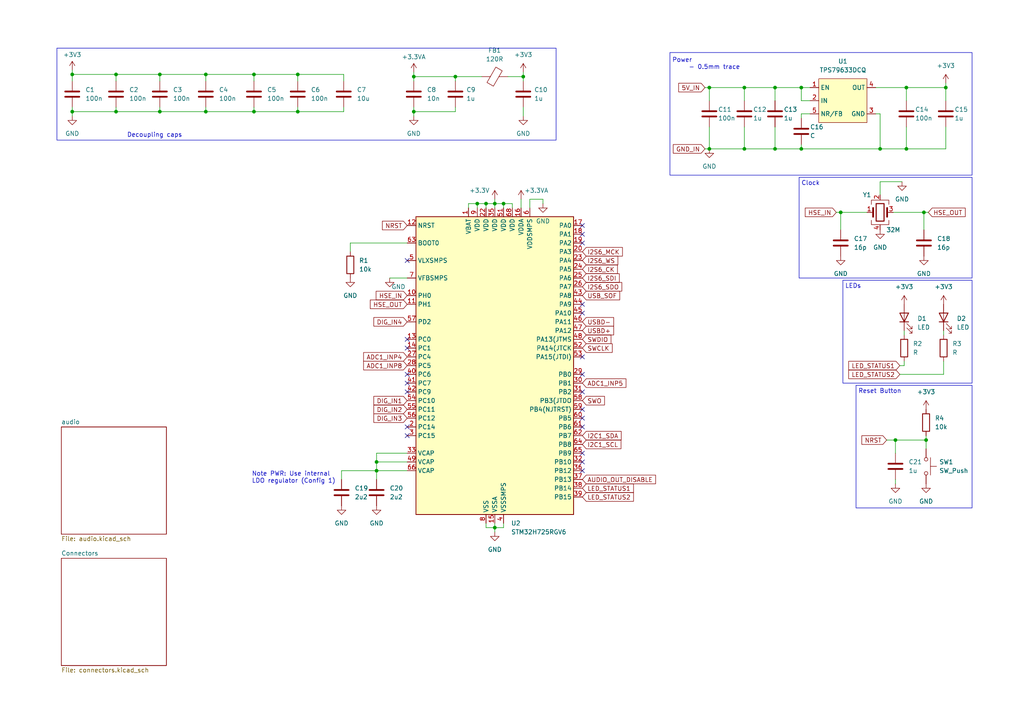
<source format=kicad_sch>
(kicad_sch (version 20230121) (generator eeschema)
  (paper "A4")
  (lib_symbols
    (symbol "Device:C" (pin_numbers hide) (pin_names (offset 0.254))
      (property "Reference" "C" (at 0.635 2.54 0))
      (property "Value" "C" (at 0.635 -2.54 0))
      (symbol "C_0_1"
        (polyline (pts (xy -2.032 -0.762) (xy 2.032 -0.762)) (stroke (width 0.508)))
        (polyline (pts (xy -2.032 0.762) (xy 2.032 0.762)) (stroke (width 0.508)))
      )
      (symbol "C_1_1"
        (pin passive line (at 0 3.81 270) (length 2.794) (name "~") (number "1"))
        (pin passive line (at 0 -3.81 90) (length 2.794) (name "~") (number "2"))
      )
    )
    (symbol "Device:Crystal_GND24" (pin_names (offset 1.016) hide)
      (property "Reference" "Y" (at 3.175 5.08 0))
      (property "Value" "Crystal_GND24" (at 3.175 3.175 0))
      (symbol "Crystal_GND24_0_1"
        (rectangle (start -1.143 2.54) (end 1.143 -2.54) (stroke (width 0.3048)))
        (polyline (pts (xy -2.54 0) (xy -2.032 0)))
        (polyline (pts (xy -2.032 -1.27) (xy -2.032 1.27)) (stroke (width 0.508)))
        (polyline (pts (xy 0 -3.81) (xy 0 -3.556)))
        (polyline (pts (xy 0 3.556) (xy 0 3.81)))
        (polyline (pts (xy 2.032 -1.27) (xy 2.032 1.27)) (stroke (width 0.508)))
        (polyline (pts (xy 2.032 0) (xy 2.54 0)))
        (polyline (pts (xy -2.54 -2.286) (xy -2.54 -3.556) (xy 2.54 -3.556) (xy 2.54 -2.286)))
        (polyline (pts (xy -2.54 2.286) (xy -2.54 3.556) (xy 2.54 3.556) (xy 2.54 2.286)))
      )
      (symbol "Crystal_GND24_1_1"
        (pin passive line (at -3.81 0 0) (length 1.27) (name "1") (number "1"))
        (pin passive line (at 0 5.08 270) (length 1.27) (name "2") (number "2"))
        (pin passive line (at 3.81 0 180) (length 1.27) (name "3") (number "3"))
        (pin passive line (at 0 -5.08 90) (length 1.27) (name "4") (number "4"))
      )
    )
    (symbol "Device:FerriteBead" (pin_numbers hide) (pin_names (offset 0))
      (property "Reference" "FB" (at -3.81 0.635 90))
      (property "Value" "FerriteBead" (at 3.81 0 90))
      (symbol "FerriteBead_0_1"
        (polyline (pts (xy 0 -1.27) (xy 0 -1.2192)))
        (polyline (pts (xy 0 1.27) (xy 0 1.2954)))
        (polyline (pts (xy -2.7686 0.4064) (xy -1.7018 2.2606) (xy 2.7686 -0.3048) (xy 1.6764 -2.159) (xy -2.7686 0.4064)))
      )
      (symbol "FerriteBead_1_1"
        (pin passive line (at 0 3.81 270) (length 2.54) (name "~") (number "1"))
        (pin passive line (at 0 -3.81 90) (length 2.54) (name "~") (number "2"))
      )
    )
    (symbol "Device:LED" (pin_numbers hide) (pin_names (offset 1.016) hide)
      (property "Reference" "D" (at 0 2.54 0))
      (property "Value" "LED" (at 0 -2.54 0))
      (symbol "LED_0_1"
        (polyline (pts (xy -1.27 -1.27) (xy -1.27 1.27)) (stroke (width 0.254)))
        (polyline (pts (xy -1.27 0) (xy 1.27 0)))
        (polyline (pts (xy 1.27 -1.27) (xy 1.27 1.27) (xy -1.27 0) (xy 1.27 -1.27)) (stroke (width 0.254)))
        (polyline (pts (xy -3.048 -0.762) (xy -4.572 -2.286) (xy -3.81 -2.286) (xy -4.572 -2.286) (xy -4.572 -1.524)))
        (polyline (pts (xy -1.778 -0.762) (xy -3.302 -2.286) (xy -2.54 -2.286) (xy -3.302 -2.286) (xy -3.302 -1.524)))
      )
      (symbol "LED_1_1"
        (pin passive line (at -3.81 0 0) (length 2.54) (name "K") (number "1"))
        (pin passive line (at 3.81 0 180) (length 2.54) (name "A") (number "2"))
      )
    )
    (symbol "Device:R" (pin_numbers hide) (pin_names (offset 0))
      (property "Reference" "R" (at 2.032 0 90))
      (property "Value" "R" (at 0 0 90))
      (symbol "R_0_1"
        (rectangle (start -1.016 -2.54) (end 1.016 2.54) (stroke (width 0.254)))
      )
      (symbol "R_1_1"
        (pin passive line (at 0 3.81 270) (length 1.27) (name "~") (number "1"))
        (pin passive line (at 0 -3.81 90) (length 1.27) (name "~") (number "2"))
      )
    )
    (symbol "MCU_ST_STM32H7:STM32H725RGVx"
      (property "Reference" "U" (at -22.86 44.45 0))
      (property "Value" "STM32H725RGVx" (at 12.7 44.45 0))
      (symbol "STM32H725RGVx_0_1"
        (rectangle (start -22.86 -43.18) (end 22.86 43.18) (stroke (width 0.254)) (fill (type background)))
      )
      (symbol "STM32H725RGVx_1_1"
        (pin power_in line (at -7.62 45.72 270) (length 2.54) (name "VBAT") (number "1"))
        (pin bidirectional line (at -25.4 20.32 0) (length 2.54) (name "PH0") (number "10"))
        (pin bidirectional line (at -25.4 17.78 0) (length 2.54) (name "PH1") (number "11"))
        (pin input line (at -25.4 40.64 0) (length 2.54) (name "NRST") (number "12"))
        (pin bidirectional line (at -25.4 7.62 0) (length 2.54) (name "PC0") (number "13"))
        (pin bidirectional line (at -25.4 5.08 0) (length 2.54) (name "PC1") (number "14"))
        (pin power_in line (at 0 -45.72 90) (length 2.54) (name "VSSA") (number "15"))
        (pin power_in line (at 7.62 45.72 270) (length 2.54) (name "VDDA") (number "16"))
        (pin bidirectional line (at 25.4 40.64 180) (length 2.54) (name "PA0") (number "17"))
        (pin bidirectional line (at 25.4 38.1 180) (length 2.54) (name "PA1") (number "18"))
        (pin bidirectional line (at 25.4 35.56 180) (length 2.54) (name "PA2") (number "19"))
        (pin bidirectional line (at -25.4 -17.78 0) (length 2.54) (name "PC14") (number "2"))
        (pin bidirectional line (at 25.4 33.02 180) (length 2.54) (name "PA3") (number "20"))
        (pin passive line (at -2.54 -45.72 90) (length 2.54) hide (name "VSS") (number "21"))
        (pin power_in line (at -2.54 45.72 270) (length 2.54) (name "VDD") (number "22"))
        (pin bidirectional line (at 25.4 30.48 180) (length 2.54) (name "PA4") (number "23"))
        (pin bidirectional line (at 25.4 27.94 180) (length 2.54) (name "PA5") (number "24"))
        (pin bidirectional line (at 25.4 25.4 180) (length 2.54) (name "PA6") (number "25"))
        (pin bidirectional line (at 25.4 22.86 180) (length 2.54) (name "PA7") (number "26"))
        (pin bidirectional line (at -25.4 2.54 0) (length 2.54) (name "PC4") (number "27"))
        (pin bidirectional line (at -25.4 0 0) (length 2.54) (name "PC5") (number "28"))
        (pin bidirectional line (at 25.4 -2.54 180) (length 2.54) (name "PB0") (number "29"))
        (pin bidirectional line (at -25.4 -20.32 0) (length 2.54) (name "PC15") (number "3"))
        (pin bidirectional line (at 25.4 -5.08 180) (length 2.54) (name "PB1") (number "30"))
        (pin bidirectional line (at 25.4 -7.62 180) (length 2.54) (name "PB2") (number "31"))
        (pin bidirectional line (at 25.4 -27.94 180) (length 2.54) (name "PB10") (number "32"))
        (pin power_out line (at -25.4 -25.4 0) (length 2.54) (name "VCAP") (number "33"))
        (pin passive line (at -2.54 -45.72 90) (length 2.54) hide (name "VSS") (number "34"))
        (pin power_in line (at 0 45.72 270) (length 2.54) (name "VDD") (number "35"))
        (pin bidirectional line (at 25.4 -30.48 180) (length 2.54) (name "PB12") (number "36"))
        (pin bidirectional line (at 25.4 -33.02 180) (length 2.54) (name "PB13") (number "37"))
        (pin bidirectional line (at 25.4 -35.56 180) (length 2.54) (name "PB14") (number "38"))
        (pin bidirectional line (at 25.4 -38.1 180) (length 2.54) (name "PB15") (number "39"))
        (pin power_in line (at 2.54 -45.72 90) (length 2.54) (name "VSSSMPS") (number "4"))
        (pin bidirectional line (at -25.4 -2.54 0) (length 2.54) (name "PC6") (number "40"))
        (pin bidirectional line (at -25.4 -5.08 0) (length 2.54) (name "PC7") (number "41"))
        (pin bidirectional line (at -25.4 -7.62 0) (length 2.54) (name "PC9") (number "42"))
        (pin bidirectional line (at 25.4 20.32 180) (length 2.54) (name "PA8") (number "43"))
        (pin bidirectional line (at 25.4 17.78 180) (length 2.54) (name "PA9") (number "44"))
        (pin bidirectional line (at 25.4 15.24 180) (length 2.54) (name "PA10") (number "45"))
        (pin bidirectional line (at 25.4 12.7 180) (length 2.54) (name "PA11") (number "46"))
        (pin bidirectional line (at 25.4 10.16 180) (length 2.54) (name "PA12") (number "47"))
        (pin bidirectional line (at 25.4 7.62 180) (length 2.54) (name "PA13(JTMS") (number "48"))
        (pin power_out line (at -25.4 -27.94 0) (length 2.54) (name "VCAP") (number "49"))
        (pin power_in line (at -25.4 30.48 0) (length 2.54) (name "VLXSMPS") (number "5"))
        (pin passive line (at -2.54 -45.72 90) (length 2.54) hide (name "VSS") (number "50"))
        (pin power_in line (at 2.54 45.72 270) (length 2.54) (name "VDD") (number "51"))
        (pin bidirectional line (at 25.4 5.08 180) (length 2.54) (name "PA14(JTCK") (number "52"))
        (pin bidirectional line (at 25.4 2.54 180) (length 2.54) (name "PA15(JTDI)") (number "53"))
        (pin bidirectional line (at -25.4 -10.16 0) (length 2.54) (name "PC10") (number "54"))
        (pin bidirectional line (at -25.4 -12.7 0) (length 2.54) (name "PC11") (number "55"))
        (pin bidirectional line (at -25.4 -15.24 0) (length 2.54) (name "PC12") (number "56"))
        (pin bidirectional line (at -25.4 12.7 0) (length 2.54) (name "PD2") (number "57"))
        (pin bidirectional line (at 25.4 -10.16 180) (length 2.54) (name "PB3(JTDO") (number "58"))
        (pin bidirectional line (at 25.4 -12.7 180) (length 2.54) (name "PB4(NJTRST)") (number "59"))
        (pin power_in line (at 10.16 45.72 270) (length 2.54) (name "VDDSMPS") (number "6"))
        (pin bidirectional line (at 25.4 -15.24 180) (length 2.54) (name "PB5") (number "60"))
        (pin bidirectional line (at 25.4 -17.78 180) (length 2.54) (name "PB6") (number "61"))
        (pin bidirectional line (at 25.4 -20.32 180) (length 2.54) (name "PB7") (number "62"))
        (pin input line (at -25.4 35.56 0) (length 2.54) (name "BOOT0") (number "63"))
        (pin bidirectional line (at 25.4 -22.86 180) (length 2.54) (name "PB8") (number "64"))
        (pin bidirectional line (at 25.4 -25.4 180) (length 2.54) (name "PB9") (number "65"))
        (pin power_out line (at -25.4 -30.48 0) (length 2.54) (name "VCAP") (number "66"))
        (pin passive line (at -2.54 -45.72 90) (length 2.54) hide (name "VSS") (number "67"))
        (pin power_in line (at 5.08 45.72 270) (length 2.54) (name "VDD") (number "68"))
        (pin passive line (at -2.54 -45.72 90) (length 2.54) hide (name "VSS") (number "69"))
        (pin input line (at -25.4 25.4 0) (length 2.54) (name "VFBSMPS") (number "7"))
        (pin power_in line (at -2.54 -45.72 90) (length 2.54) (name "VSS") (number "8"))
        (pin power_in line (at -5.08 45.72 270) (length 2.54) (name "VDD") (number "9"))
      )
    )
    (symbol "MySymbols:TPS79633DCQ"
      (property "Reference" "U4" (at 0.635 11.43 0))
      (property "Value" "TPS79633DCQ" (at 0.635 8.89 0))
      (symbol "TPS79633DCQ_0_0"
        (pin input line (at -8.89 3.81 0) (length 2.54) (name "EN") (number "1"))
        (pin power_in line (at -8.89 0 0) (length 2.54) (name "IN") (number "2"))
        (pin power_in line (at 10.16 -3.81 180) (length 2.54) (name "GND") (number "3"))
        (pin power_out line (at 10.16 3.81 180) (length 2.54) (name "OUT") (number "4"))
        (pin bidirectional line (at -8.89 -3.81 0) (length 2.54) (name "NR/FB") (number "5"))
        (pin power_in line (at 10.16 -3.81 180) (length 2.54) hide (name "GND") (number "6"))
      )
      (symbol "TPS79633DCQ_0_1"
        (rectangle (start -6.35 6.35) (end 7.62 -6.35) (stroke (width 0.1524)) (fill (type background)))
      )
    )
    (symbol "Switch:SW_Push" (pin_numbers hide) (pin_names (offset 1.016) hide)
      (property "Reference" "SW" (at 1.27 2.54 0))
      (property "Value" "SW_Push" (at 0 -1.524 0))
      (symbol "SW_Push_0_1"
        (circle (center -2.032 0) (radius 0.508))
        (polyline (pts (xy 0 1.27) (xy 0 3.048)))
        (polyline (pts (xy 2.54 1.27) (xy -2.54 1.27)))
        (circle (center 2.032 0) (radius 0.508))
        (pin passive line (at -5.08 0 0) (length 2.54) (name "1") (number "1"))
        (pin passive line (at 5.08 0 180) (length 2.54) (name "2") (number "2"))
      )
    )
    (symbol "power:+3.3V" (power) (pin_names (offset 0))
      (property "Value" "+3.3V" (at 0 3.556 0))
      (symbol "+3.3V_0_1"
        (polyline (pts (xy -0.762 1.27) (xy 0 2.54)))
        (polyline (pts (xy 0 0) (xy 0 2.54)))
        (polyline (pts (xy 0 2.54) (xy 0.762 1.27)))
      )
      (symbol "+3.3V_1_1"
        (pin power_in line (at 0 0 90) (length 0) hide (name "+3.3V") (number "1"))
      )
    )
    (symbol "power:+3.3VA" (power) (pin_names (offset 0))
      (property "Value" "+3.3VA" (at 0 3.556 0))
      (symbol "+3.3VA_0_1"
        (polyline (pts (xy -0.762 1.27) (xy 0 2.54)))
        (polyline (pts (xy 0 0) (xy 0 2.54)))
        (polyline (pts (xy 0 2.54) (xy 0.762 1.27)))
      )
      (symbol "+3.3VA_1_1"
        (pin power_in line (at 0 0 90) (length 0) hide (name "+3.3VA") (number "1"))
      )
    )
    (symbol "power:+3V3" (power) (pin_names (offset 0))
      (property "Value" "+3V3" (at 0 3.556 0))
      (symbol "+3V3_0_1"
        (polyline (pts (xy -0.762 1.27) (xy 0 2.54)))
        (polyline (pts (xy 0 0) (xy 0 2.54)))
        (polyline (pts (xy 0 2.54) (xy 0.762 1.27)))
      )
      (symbol "+3V3_1_1"
        (pin power_in line (at 0 0 90) (length 0) hide (name "+3V3") (number "1"))
      )
    )
    (symbol "power:GND" (power) (pin_names (offset 0))
      (property "Value" "GND" (at 0 -3.81 0))
      (symbol "GND_0_1"
        (polyline (pts (xy 0 0) (xy 0 -1.27) (xy 1.27 -1.27) (xy 0 -2.54) (xy -1.27 -1.27) (xy 0 -1.27)))
      )
      (symbol "GND_1_1"
        (pin power_in line (at 0 0 270) (length 0) hide (name "GND") (number "1"))
      )
    )
  )
  (junction (at 86.36 21.59))
  (junction (at 151.765 22.225))
  (junction (at 20.955 21.59))
  (junction (at 33.655 21.59))
  (junction (at 59.69 21.59))
  (junction (at 73.66 32.385))
  (junction (at 232.41 43.18))
  (junction (at 268.605 127.635))
  (junction (at 140.97 59.055))
  (junction (at 132.08 22.225))
  (junction (at 224.79 43.18))
  (junction (at 259.715 127.635))
  (junction (at 243.84 61.595))
  (junction (at 224.79 25.4))
  (junction (at 143.51 153.035))
  (junction (at 33.655 32.385))
  (junction (at 46.355 21.59))
  (junction (at 109.22 133.985))
  (junction (at 138.43 59.055))
  (junction (at 86.36 32.385))
  (junction (at 73.66 21.59))
  (junction (at 120.015 32.385))
  (junction (at 146.05 59.055))
  (junction (at 120.015 22.225))
  (junction (at 255.27 43.18))
  (junction (at 46.355 32.385))
  (junction (at 143.51 59.055))
  (junction (at 215.9 43.18))
  (junction (at 267.97 61.595))
  (junction (at 262.89 43.18))
  (junction (at 232.41 25.4))
  (junction (at 109.22 136.525))
  (junction (at 262.89 25.4))
  (junction (at 59.69 32.385))
  (junction (at 274.32 25.4))
  (junction (at 205.74 25.4))
  (junction (at 20.955 32.385))
  (junction (at 205.74 43.18))
  (junction (at 215.9 25.4))
  (no_connect (at 118.11 123.825))
  (no_connect (at 168.91 133.985))
  (no_connect (at 168.91 90.805))
  (no_connect (at 118.11 111.125))
  (no_connect (at 118.11 75.565))
  (no_connect (at 168.91 70.485))
  (no_connect (at 118.11 126.365))
  (no_connect (at 168.91 103.505))
  (no_connect (at 118.11 113.665))
  (no_connect (at 118.11 100.965))
  (no_connect (at 118.11 98.425))
  (no_connect (at 168.91 113.665))
  (no_connect (at 168.91 118.745))
  (no_connect (at 168.91 88.265))
  (no_connect (at 118.11 108.585))
  (no_connect (at 168.91 131.445))
  (no_connect (at 168.91 65.405))
  (no_connect (at 168.91 67.945))
  (no_connect (at 168.91 108.585))
  (no_connect (at 168.91 136.525))
  (no_connect (at 168.91 123.825))
  (no_connect (at 168.91 121.285))
  (wire (pts (xy 274.32 25.4) (xy 274.32 29.21)))
  (wire (pts (xy 243.84 61.595) (xy 251.46 61.595)))
  (wire (pts (xy 273.685 108.585) (xy 273.685 104.775)))
  (wire (pts (xy 86.36 32.385) (xy 86.36 31.115)))
  (wire (pts (xy 73.66 21.59) (xy 73.66 23.495)))
  (wire (pts (xy 274.32 24.13) (xy 274.32 25.4)))
  (wire (pts (xy 143.51 153.035) (xy 143.51 154.305)))
  (wire (pts (xy 20.955 21.59) (xy 33.655 21.59)))
  (wire (pts (xy 46.355 32.385) (xy 59.69 32.385)))
  (wire (pts (xy 205.74 43.18) (xy 215.9 43.18)))
  (wire (pts (xy 33.655 23.495) (xy 33.655 21.59)))
  (wire (pts (xy 59.69 21.59) (xy 73.66 21.59)))
  (wire (pts (xy 232.41 34.29) (xy 232.41 33.02)))
  (wire (pts (xy 151.765 20.955) (xy 151.765 22.225)))
  (wire (pts (xy 46.355 21.59) (xy 46.355 23.495)))
  (wire (pts (xy 20.955 23.495) (xy 20.955 21.59)))
  (wire (pts (xy 232.41 33.02) (xy 234.95 33.02)))
  (wire (pts (xy 109.22 136.525) (xy 118.11 136.525)))
  (wire (pts (xy 140.97 151.765) (xy 140.97 153.035)))
  (wire (pts (xy 274.32 43.18) (xy 274.32 36.83)))
  (wire (pts (xy 232.41 41.91) (xy 232.41 43.18)))
  (wire (pts (xy 254 25.4) (xy 262.89 25.4)))
  (wire (pts (xy 224.79 25.4) (xy 224.79 29.21)))
  (wire (pts (xy 232.41 25.4) (xy 232.41 29.21)))
  (wire (pts (xy 151.765 22.225) (xy 151.765 23.495)))
  (wire (pts (xy 147.32 22.225) (xy 151.765 22.225)))
  (wire (pts (xy 138.43 60.325) (xy 138.43 59.055)))
  (wire (pts (xy 109.22 133.985) (xy 118.11 133.985)))
  (wire (pts (xy 120.015 32.385) (xy 120.015 33.655)))
  (wire (pts (xy 20.955 20.32) (xy 20.955 21.59)))
  (wire (pts (xy 215.9 25.4) (xy 224.79 25.4)))
  (wire (pts (xy 140.97 153.035) (xy 143.51 153.035)))
  (wire (pts (xy 99.06 136.525) (xy 99.06 139.065)))
  (wire (pts (xy 132.08 22.225) (xy 132.08 23.495)))
  (wire (pts (xy 20.955 32.385) (xy 33.655 32.385)))
  (wire (pts (xy 46.355 31.115) (xy 46.355 32.385)))
  (wire (pts (xy 151.765 31.115) (xy 151.765 33.655)))
  (wire (pts (xy 259.715 139.065) (xy 259.715 140.335)))
  (wire (pts (xy 73.66 21.59) (xy 86.36 21.59)))
  (wire (pts (xy 262.255 95.885) (xy 262.255 97.155)))
  (wire (pts (xy 99.06 136.525) (xy 109.22 136.525)))
  (wire (pts (xy 268.605 127.635) (xy 268.605 130.175)))
  (wire (pts (xy 255.27 43.18) (xy 262.89 43.18)))
  (wire (pts (xy 120.015 22.225) (xy 132.08 22.225)))
  (wire (pts (xy 262.89 43.18) (xy 274.32 43.18)))
  (wire (pts (xy 157.48 57.785) (xy 157.48 59.055)))
  (wire (pts (xy 205.74 25.4) (xy 205.74 29.21)))
  (wire (pts (xy 33.655 21.59) (xy 46.355 21.59)))
  (wire (pts (xy 20.955 31.115) (xy 20.955 32.385)))
  (wire (pts (xy 259.715 127.635) (xy 268.605 127.635)))
  (wire (pts (xy 257.175 127.635) (xy 259.715 127.635)))
  (wire (pts (xy 59.69 31.115) (xy 59.69 32.385)))
  (wire (pts (xy 120.015 31.115) (xy 120.015 32.385)))
  (wire (pts (xy 86.36 21.59) (xy 99.695 21.59)))
  (wire (pts (xy 267.97 61.595) (xy 269.24 61.595)))
  (wire (pts (xy 148.59 59.055) (xy 148.59 60.325)))
  (wire (pts (xy 205.74 36.83) (xy 205.74 43.18)))
  (wire (pts (xy 132.08 32.385) (xy 132.08 31.115)))
  (wire (pts (xy 267.97 61.595) (xy 267.97 66.675)))
  (wire (pts (xy 242.57 61.595) (xy 243.84 61.595)))
  (wire (pts (xy 262.89 25.4) (xy 274.32 25.4)))
  (wire (pts (xy 135.89 60.325) (xy 135.89 59.055)))
  (wire (pts (xy 132.08 22.225) (xy 139.7 22.225)))
  (wire (pts (xy 59.69 21.59) (xy 59.69 23.495)))
  (wire (pts (xy 224.79 25.4) (xy 232.41 25.4)))
  (wire (pts (xy 273.685 95.885) (xy 273.685 97.155)))
  (wire (pts (xy 255.27 52.705) (xy 261.62 52.705)))
  (wire (pts (xy 243.84 61.595) (xy 243.84 66.675)))
  (wire (pts (xy 232.41 25.4) (xy 234.95 25.4)))
  (wire (pts (xy 146.05 59.055) (xy 146.05 60.325)))
  (wire (pts (xy 73.66 31.115) (xy 73.66 32.385)))
  (wire (pts (xy 268.605 127.635) (xy 268.605 126.365)))
  (wire (pts (xy 143.51 57.785) (xy 143.51 59.055)))
  (wire (pts (xy 109.22 136.525) (xy 109.22 133.985)))
  (wire (pts (xy 138.43 59.055) (xy 140.97 59.055)))
  (wire (pts (xy 224.79 43.18) (xy 232.41 43.18)))
  (wire (pts (xy 215.9 36.83) (xy 215.9 43.18)))
  (wire (pts (xy 215.9 43.18) (xy 224.79 43.18)))
  (wire (pts (xy 113.03 80.645) (xy 118.11 80.645)))
  (wire (pts (xy 262.255 104.775) (xy 262.255 106.045)))
  (wire (pts (xy 109.22 131.445) (xy 118.11 131.445)))
  (wire (pts (xy 86.36 21.59) (xy 86.36 23.495)))
  (wire (pts (xy 143.51 59.055) (xy 146.05 59.055)))
  (wire (pts (xy 254 33.02) (xy 255.27 33.02)))
  (wire (pts (xy 59.69 32.385) (xy 73.66 32.385)))
  (wire (pts (xy 259.08 61.595) (xy 267.97 61.595)))
  (wire (pts (xy 46.355 21.59) (xy 59.69 21.59)))
  (wire (pts (xy 99.695 31.115) (xy 99.695 32.385)))
  (wire (pts (xy 232.41 43.18) (xy 255.27 43.18)))
  (wire (pts (xy 262.89 25.4) (xy 262.89 29.21)))
  (wire (pts (xy 120.015 23.495) (xy 120.015 22.225)))
  (wire (pts (xy 262.255 106.045) (xy 260.985 106.045)))
  (wire (pts (xy 120.015 20.955) (xy 120.015 22.225)))
  (wire (pts (xy 204.47 25.4) (xy 205.74 25.4)))
  (wire (pts (xy 99.695 32.385) (xy 86.36 32.385)))
  (wire (pts (xy 259.715 127.635) (xy 259.715 131.445)))
  (wire (pts (xy 143.51 59.055) (xy 143.51 60.325)))
  (wire (pts (xy 153.67 60.325) (xy 153.67 57.785)))
  (wire (pts (xy 99.695 21.59) (xy 99.695 23.495)))
  (wire (pts (xy 135.89 59.055) (xy 138.43 59.055)))
  (wire (pts (xy 205.74 25.4) (xy 215.9 25.4)))
  (wire (pts (xy 33.655 32.385) (xy 46.355 32.385)))
  (wire (pts (xy 215.9 25.4) (xy 215.9 29.21)))
  (wire (pts (xy 140.97 59.055) (xy 140.97 60.325)))
  (wire (pts (xy 140.97 59.055) (xy 143.51 59.055)))
  (wire (pts (xy 20.955 32.385) (xy 20.955 33.655)))
  (wire (pts (xy 232.41 29.21) (xy 234.95 29.21)))
  (wire (pts (xy 101.6 70.485) (xy 118.11 70.485)))
  (wire (pts (xy 146.05 59.055) (xy 148.59 59.055)))
  (wire (pts (xy 151.13 57.785) (xy 151.13 60.325)))
  (wire (pts (xy 224.79 36.83) (xy 224.79 43.18)))
  (wire (pts (xy 109.22 133.985) (xy 109.22 131.445)))
  (wire (pts (xy 73.66 32.385) (xy 86.36 32.385)))
  (wire (pts (xy 143.51 151.765) (xy 143.51 153.035)))
  (wire (pts (xy 146.05 153.035) (xy 143.51 153.035)))
  (wire (pts (xy 260.985 108.585) (xy 273.685 108.585)))
  (wire (pts (xy 255.27 43.18) (xy 255.27 33.02)))
  (wire (pts (xy 255.27 56.515) (xy 255.27 52.705)))
  (wire (pts (xy 153.67 57.785) (xy 157.48 57.785)))
  (wire (pts (xy 120.015 32.385) (xy 132.08 32.385)))
  (wire (pts (xy 101.6 70.485) (xy 101.6 73.025)))
  (wire (pts (xy 146.05 151.765) (xy 146.05 153.035)))
  (wire (pts (xy 33.655 31.115) (xy 33.655 32.385)))
  (wire (pts (xy 109.22 136.525) (xy 109.22 139.065)))
  (wire (pts (xy 204.47 43.18) (xy 205.74 43.18)))
  (wire (pts (xy 262.89 36.83) (xy 262.89 43.18)))
  (rectangle (start 194.31 15.24) (end 281.94 50.8))
  (rectangle (start 231.775 51.435) (end 281.94 80.645))
  (rectangle (start 244.475 81.28) (end 281.94 111.125))
  (rectangle (start 248.285 111.76) (end 281.94 147.32))
  (rectangle (start 16.51 13.97) (end 161.29 40.64))
  (text "Decoupling caps" (at 36.83 40.005 0) (effects (font (size 1.27 1.27)) (justify left bottom)))
  (text "Power\n	- 0.5mm trace" (at 194.945 20.32 0) (effects (font (size 1.27 1.27)) (justify left bottom)))
  (text "Clock" (at 232.41 53.975 0) (effects (font (size 1.27 1.27)) (justify left bottom)))
  (text "Note PWR: Use internal\nLDO regulator (Config 1)" (at 73.025 140.335 0) (effects (font (size 1.27 1.27)) (justify left bottom)))
  (text "Reset Button" (at 248.92 114.3 0) (effects (font (size 1.27 1.27)) (justify left bottom)))
  (text "LEDs" (at 245.11 83.82 0) (effects (font (size 1.27 1.27)) (justify left bottom)))
  (global_label "SWCLK" (shape input) (at 168.91 100.965 0) (property "Intersheetrefs" "${INTERSHEET_REFS}" (effects hide)))
  (global_label "HSE_OUT" (shape input) (at 118.11 88.265 180) (property "Intersheetrefs" "${INTERSHEET_REFS}" (effects hide)))
  (global_label "NRST" (shape input) (at 257.175 127.635 180) (property "Intersheetrefs" "${INTERSHEET_REFS}" (effects hide)))
  (global_label "LED_STATUS1" (shape input) (at 168.91 141.605 0) (property "Intersheetrefs" "${INTERSHEET_REFS}" (effects hide)))
  (global_label "LED_STATUS2" (shape input) (at 260.985 108.585 180) (property "Intersheetrefs" "${INTERSHEET_REFS}" (effects hide)))
  (global_label "LED_STATUS1" (shape input) (at 260.985 106.045 180) (property "Intersheetrefs" "${INTERSHEET_REFS}" (effects hide)))
  (global_label "HSE_IN" (shape input) (at 242.57 61.595 180) (property "Intersheetrefs" "${INTERSHEET_REFS}" (effects hide)))
  (global_label "DIG_IN2" (shape input) (at 118.11 118.745 180) (property "Intersheetrefs" "${INTERSHEET_REFS}" (effects hide)))
  (global_label "I2S6_CK" (shape input) (at 168.91 78.105 0) (property "Intersheetrefs" "${INTERSHEET_REFS}" (effects hide)))
  (global_label "I2C1_SDA" (shape input) (at 168.91 126.365 0) (property "Intersheetrefs" "${INTERSHEET_REFS}" (effects hide)))
  (global_label "I2S6_WS" (shape input) (at 168.91 75.565 0) (property "Intersheetrefs" "${INTERSHEET_REFS}" (effects hide)))
  (global_label "USBD+" (shape input) (at 168.91 95.885 0) (property "Intersheetrefs" "${INTERSHEET_REFS}" (effects hide)))
  (global_label "DIG_IN1" (shape input) (at 118.11 116.205 180) (property "Intersheetrefs" "${INTERSHEET_REFS}" (effects hide)))
  (global_label "DIG_IN4" (shape input) (at 118.11 93.345 180) (property "Intersheetrefs" "${INTERSHEET_REFS}" (effects hide)))
  (global_label "I2S6_SDO" (shape input) (at 168.91 83.185 0) (property "Intersheetrefs" "${INTERSHEET_REFS}" (effects hide)))
  (global_label "HSE_IN" (shape input) (at 118.11 85.725 180) (property "Intersheetrefs" "${INTERSHEET_REFS}" (effects hide)))
  (global_label "SWO" (shape input) (at 168.91 116.205 0) (property "Intersheetrefs" "${INTERSHEET_REFS}" (effects hide)))
  (global_label "I2S6_SDI" (shape input) (at 168.91 80.645 0) (property "Intersheetrefs" "${INTERSHEET_REFS}" (effects hide)))
  (global_label "SWDIO" (shape input) (at 168.91 98.425 0) (property "Intersheetrefs" "${INTERSHEET_REFS}" (effects hide)))
  (global_label "GND_IN" (shape input) (at 204.47 43.18 180) (property "Intersheetrefs" "${INTERSHEET_REFS}" (effects hide)))
  (global_label "LED_STATUS2" (shape input) (at 168.91 144.145 0) (property "Intersheetrefs" "${INTERSHEET_REFS}" (effects hide)))
  (global_label "I2S6_MCK" (shape input) (at 168.91 73.025 0) (property "Intersheetrefs" "${INTERSHEET_REFS}" (effects hide)))
  (global_label "ADC1_INP4" (shape input) (at 118.11 103.505 180) (property "Intersheetrefs" "${INTERSHEET_REFS}" (effects hide)))
  (global_label "ADC1_INP5" (shape input) (at 168.91 111.125 0) (property "Intersheetrefs" "${INTERSHEET_REFS}" (effects hide)))
  (global_label "HSE_OUT" (shape input) (at 269.24 61.595 0) (property "Intersheetrefs" "${INTERSHEET_REFS}" (effects hide)))
  (global_label "USBD-" (shape input) (at 168.91 93.345 0) (property "Intersheetrefs" "${INTERSHEET_REFS}" (effects hide)))
  (global_label "I2C1_SCL" (shape input) (at 168.91 128.905 0) (property "Intersheetrefs" "${INTERSHEET_REFS}" (effects hide)))
  (global_label "ADC1_INP8" (shape input) (at 118.11 106.045 180) (property "Intersheetrefs" "${INTERSHEET_REFS}" (effects hide)))
  (global_label "5V_IN" (shape input) (at 204.47 25.4 180) (property "Intersheetrefs" "${INTERSHEET_REFS}" (effects hide)))
  (global_label "USB_SOF" (shape input) (at 168.91 85.725 0) (property "Intersheetrefs" "${INTERSHEET_REFS}" (effects hide)))
  (global_label "DIG_IN3" (shape input) (at 118.11 121.285 180) (property "Intersheetrefs" "${INTERSHEET_REFS}" (effects hide)))
  (global_label "NRST" (shape input) (at 118.11 65.405 180) (property "Intersheetrefs" "${INTERSHEET_REFS}" (effects hide)))
  (global_label "AUDIO_OUT_DISABLE" (shape input) (at 168.91 139.065 0) (property "Intersheetrefs" "${INTERSHEET_REFS}" (effects hide)))
  (symbol (lib_id "Device:C") (at 215.9 33.02 0) (unit 1)
    (property "Reference" "C12" (at 218.44 31.75 0) (effects (justify left)))
    (property "Value" "1u" (at 218.44 34.29 0) (effects (justify left)))
  )
  (symbol (lib_id "Device:C") (at 262.89 33.02 0) (unit 1)
    (property "Reference" "C14" (at 265.43 31.75 0) (effects (justify left)))
    (property "Value" "100n" (at 265.43 34.29 0) (effects (justify left)))
  )
  (symbol (lib_id "power:+3V3") (at 20.955 20.32 0) (unit 1)
    (property "Reference" "#PWR01" (effects hide))
    (property "Value" "+3V3" (at 20.955 15.875 0))
  )
  (symbol (lib_id "power:GND") (at 99.06 146.685 0) (unit 1)
    (property "Reference" "#PWR020" (effects hide))
    (property "Value" "GND" (at 99.06 151.765 0))
  )
  (symbol (lib_id "Device:C") (at 259.715 135.255 0) (unit 1)
    (property "Reference" "C21" (at 263.525 133.985 0) (effects (justify left)))
    (property "Value" "1u" (at 263.525 136.525 0) (effects (justify left)))
  )
  (symbol (lib_id "power:GND") (at 113.03 80.645 0) (unit 1)
    (property "Reference" "#PWR014" (effects hide))
    (property "Value" "GND" (at 115.57 83.185 0))
  )
  (symbol (lib_id "Device:C") (at 132.08 27.305 0) (unit 1)
    (property "Reference" "C9" (at 135.255 26.035 0) (effects (justify left)))
    (property "Value" "1u" (at 135.255 28.575 0) (effects (justify left)))
  )
  (symbol (lib_id "power:GND") (at 261.62 52.705 0) (unit 1)
    (property "Reference" "#PWR012" (effects hide))
    (property "Value" "GND" (at 261.62 57.785 0))
  )
  (symbol (lib_id "Device:C") (at 274.32 33.02 0) (unit 1)
    (property "Reference" "C15" (at 276.86 31.75 0) (effects (justify left)))
    (property "Value" "1u" (at 276.86 34.29 0) (effects (justify left)))
  )
  (symbol (lib_id "Device:Crystal_GND24") (at 255.27 61.595 0) (unit 1)
    (property "Reference" "Y1" (at 251.46 56.515 0))
    (property "Value" "32M" (at 259.08 66.675 0))
    (property "Footprint" "Crystal:Crystal_SMD_2016-4Pin_2.0x1.6mm" (effects hide))
    (property "Datasheet" "https://www.mouser.de/datasheet/2/3/ABM11W-1774757.pdf" (effects hide))
    (property "Exact Model" "ABM11W-32.0000MHZ-8-D1X-T3" (effects hide))
  )
  (symbol (lib_id "Device:LED") (at 273.685 92.075 90) (unit 1)
    (property "Reference" "D2" (at 277.495 92.3925 90) (effects (justify right)))
    (property "Value" "LED" (at 277.495 94.9325 90) (effects (justify right)))
  )
  (symbol (lib_id "Device:C") (at 109.22 142.875 0) (unit 1)
    (property "Reference" "C20" (at 113.03 141.605 0) (effects (justify left)))
    (property "Value" "2u2" (at 113.03 144.145 0) (effects (justify left)))
  )
  (symbol (lib_id "power:GND") (at 151.765 33.655 0) (unit 1)
    (property "Reference" "#PWR07" (effects hide))
    (property "Value" "GND" (at 151.765 38.735 0))
  )
  (symbol (lib_id "power:+3.3VA") (at 151.13 57.785 0) (unit 1)
    (property "Reference" "#PWR010" (effects hide))
    (property "Value" "+3.3VA" (at 155.575 55.245 0))
  )
  (symbol (lib_id "power:GND") (at 268.605 140.335 0) (unit 1)
    (property "Reference" "#PWR025" (effects hide))
    (property "Value" "GND" (at 268.605 145.415 0))
  )
  (symbol (lib_id "Device:C") (at 86.36 27.305 0) (unit 1)
    (property "Reference" "C6" (at 90.17 26.035 0) (effects (justify left)))
    (property "Value" "100n" (at 90.17 28.575 0) (effects (justify left)))
  )
  (symbol (lib_id "power:GND") (at 259.715 140.335 0) (unit 1)
    (property "Reference" "#PWR024" (effects hide))
    (property "Value" "GND" (at 259.715 145.415 0))
  )
  (symbol (lib_id "power:GND") (at 157.48 59.055 0) (unit 1)
    (property "Reference" "#PWR011" (effects hide))
    (property "Value" "GND" (at 157.48 64.135 0))
  )
  (symbol (lib_id "power:+3V3") (at 274.32 24.13 0) (unit 1)
    (property "Reference" "#PWR04" (effects hide))
    (property "Value" "+3V3" (at 274.32 19.05 0))
  )
  (symbol (lib_id "Device:FerriteBead") (at 143.51 22.225 90) (unit 1)
    (property "Reference" "FB1" (at 143.4592 14.605 90))
    (property "Value" "120R" (at 143.4592 17.145 90))
  )
  (symbol (lib_id "Device:C") (at 33.655 27.305 0) (unit 1)
    (property "Reference" "C2" (at 37.465 26.035 0) (effects (justify left)))
    (property "Value" "100n" (at 37.465 28.575 0) (effects (justify left)))
  )
  (symbol (lib_id "Switch:SW_Push") (at 268.605 135.255 270) (unit 1)
    (property "Reference" "SW1" (at 272.415 133.985 90) (effects (justify left)))
    (property "Value" "SW_Push" (at 272.415 136.525 90) (effects (justify left)))
  )
  (symbol (lib_id "Device:C") (at 151.765 27.305 0) (unit 1)
    (property "Reference" "C10" (at 154.94 26.035 0) (effects (justify left)))
    (property "Value" "1u" (at 154.94 28.575 0) (effects (justify left)))
  )
  (symbol (lib_id "Device:C") (at 99.06 142.875 0) (unit 1)
    (property "Reference" "C19" (at 102.87 141.605 0) (effects (justify left)))
    (property "Value" "2u2" (at 102.87 144.145 0) (effects (justify left)))
  )
  (symbol (lib_id "power:GND") (at 120.015 33.655 0) (unit 1)
    (property "Reference" "#PWR06" (effects hide))
    (property "Value" "GND" (at 120.015 38.735 0))
  )
  (symbol (lib_id "Device:R") (at 273.685 100.965 0) (unit 1)
    (property "Reference" "R3" (at 276.225 99.695 0) (effects (justify left)))
    (property "Value" "R" (at 276.225 102.235 0) (effects (justify left)))
  )
  (symbol (lib_id "power:+3V3") (at 151.765 20.955 0) (unit 1)
    (property "Reference" "#PWR03" (effects hide))
    (property "Value" "+3V3" (at 151.765 15.875 0))
  )
  (symbol (lib_id "Device:C") (at 232.41 38.1 0) (unit 1)
    (property "Reference" "C16" (at 234.95 36.83 0) (effects (justify left)))
    (property "Value" "C" (at 234.95 39.37 0) (effects (justify left)))
  )
  (symbol (lib_id "Device:LED") (at 262.255 92.075 90) (unit 1)
    (property "Reference" "D1" (at 266.065 92.3925 90) (effects (justify right)))
    (property "Value" "LED" (at 266.065 94.9325 90) (effects (justify right)))
  )
  (symbol (lib_id "power:GND") (at 243.84 74.295 0) (unit 1)
    (property "Reference" "#PWR016" (effects hide))
    (property "Value" "GND" (at 243.84 79.375 0))
  )
  (symbol (lib_id "power:GND") (at 267.97 74.295 0) (unit 1)
    (property "Reference" "#PWR017" (effects hide))
    (property "Value" "GND" (at 267.97 79.375 0))
  )
  (symbol (lib_id "power:GND") (at 101.6 80.645 0) (unit 1)
    (property "Reference" "#PWR013" (effects hide))
    (property "Value" "GND" (at 101.6 85.725 0))
  )
  (symbol (lib_id "Device:C") (at 205.74 33.02 0) (unit 1)
    (property "Reference" "C11" (at 208.28 31.75 0) (effects (justify left)))
    (property "Value" "100n" (at 208.28 34.29 0) (effects (justify left)))
  )
  (symbol (lib_id "Device:R") (at 101.6 76.835 0) (unit 1)
    (property "Reference" "R1" (at 104.14 75.565 0) (effects (justify left)))
    (property "Value" "10k" (at 104.14 78.105 0) (effects (justify left)))
  )
  (symbol (lib_id "MySymbols:TPS79633DCQ") (at 243.84 29.21 0) (unit 1)
    (property "Reference" "U1" (at 244.475 17.78 0))
    (property "Value" "TPS79633DCQ" (at 244.475 20.32 0))
    (property "Footprint" "Package_TO_SOT_SMD:SOT-223-6" (effects hide))
    (property "Datasheet" "https://www.ti.com/general/docs/suppproductinfo.tsp?distId=26&gotoUrl=http%3A%2F%2Fwww.ti.com%2Flit%2Fgpn%2Ftps796" (effects hide))
    (property "MOUSER_NO" "595-TPS79633DCQ" (effects hide))
  )
  (symbol (lib_id "Device:C") (at 224.79 33.02 0) (unit 1)
    (property "Reference" "C13" (at 227.33 31.75 0) (effects (justify left)))
    (property "Value" "1u" (at 227.33 34.29 0) (effects (justify left)))
  )
  (symbol (lib_id "power:+3.3V") (at 143.51 57.785 0) (unit 1)
    (property "Reference" "#PWR09" (effects hide))
    (property "Value" "+3.3V" (at 139.065 55.245 0))
  )
  (symbol (lib_id "Device:R") (at 262.255 100.965 0) (unit 1)
    (property "Reference" "R2" (at 264.795 99.695 0) (effects (justify left)))
    (property "Value" "R" (at 264.795 102.235 0) (effects (justify left)))
  )
  (symbol (lib_id "power:+3V3") (at 273.685 88.265 0) (unit 1)
    (property "Reference" "#PWR019" (effects hide))
    (property "Value" "+3V3" (at 273.685 83.185 0))
  )
  (symbol (lib_id "power:+3V3") (at 262.255 88.265 0) (unit 1)
    (property "Reference" "#PWR018" (effects hide))
    (property "Value" "+3V3" (at 262.255 83.185 0))
  )
  (symbol (lib_id "Device:C") (at 20.955 27.305 0) (unit 1)
    (property "Reference" "C1" (at 24.765 26.035 0) (effects (justify left)))
    (property "Value" "100n" (at 24.765 28.575 0) (effects (justify left)))
  )
  (symbol (lib_id "power:+3.3VA") (at 120.015 20.955 0) (unit 1)
    (property "Reference" "#PWR02" (effects hide))
    (property "Value" "+3.3VA" (at 120.015 16.51 0))
  )
  (symbol (lib_id "power:GND") (at 20.955 33.655 0) (unit 1)
    (property "Reference" "#PWR05" (effects hide))
    (property "Value" "GND" (at 20.955 38.735 0))
  )
  (symbol (lib_id "power:GND") (at 109.22 146.685 0) (unit 1)
    (property "Reference" "#PWR021" (effects hide))
    (property "Value" "GND" (at 109.22 151.765 0))
  )
  (symbol (lib_id "Device:C") (at 99.695 27.305 0) (unit 1)
    (property "Reference" "C7" (at 103.505 26.035 0) (effects (justify left)))
    (property "Value" "10u" (at 103.505 28.575 0) (effects (justify left)))
  )
  (symbol (lib_id "Device:C") (at 267.97 70.485 0) (unit 1)
    (property "Reference" "C18" (at 271.78 69.215 0) (effects (justify left)))
    (property "Value" "16p" (at 271.78 71.755 0) (effects (justify left)))
  )
  (symbol (lib_id "power:+3V3") (at 268.605 118.745 0) (unit 1)
    (property "Reference" "#PWR022" (effects hide))
    (property "Value" "+3V3" (at 268.605 113.665 0))
  )
  (symbol (lib_id "Device:C") (at 73.66 27.305 0) (unit 1)
    (property "Reference" "C5" (at 77.47 26.035 0) (effects (justify left)))
    (property "Value" "100n" (at 77.47 28.575 0) (effects (justify left)))
  )
  (symbol (lib_id "MCU_ST_STM32H7:STM32H725RGVx") (at 143.51 106.045 0) (unit 1)
    (property "Reference" "U2" (at 148.2441 151.765 0) (effects (justify left)))
    (property "Value" "STM32H725RGV6" (at 148.2441 154.305 0) (effects (justify left)))
    (property "Footprint" "Package_DFN_QFN:QFN-68-1EP_8x8mm_P0.4mm_EP6.4x6.4mm" (effects hide))
    (property "Datasheet" "https://www.st.com/resource/en/datasheet/stm32h725rg.pdf" (effects hide))
    (property "MOUSER_NR" "511-STM32H725RGV6" (effects hide))
  )
  (symbol (lib_id "Device:C") (at 46.355 27.305 0) (unit 1)
    (property "Reference" "C3" (at 50.165 26.035 0) (effects (justify left)))
    (property "Value" "100n" (at 50.165 28.575 0) (effects (justify left)))
  )
  (symbol (lib_id "power:GND") (at 143.51 154.305 0) (unit 1)
    (property "Reference" "#PWR023" (effects hide))
    (property "Value" "GND" (at 143.51 159.385 0))
  )
  (symbol (lib_id "Device:C") (at 243.84 70.485 0) (unit 1)
    (property "Reference" "C17" (at 247.65 69.215 0) (effects (justify left)))
    (property "Value" "16p" (at 247.65 71.755 0) (effects (justify left)))
  )
  (symbol (lib_id "power:GND") (at 255.27 66.675 0) (unit 1)
    (property "Reference" "#PWR015" (effects hide))
    (property "Value" "GND" (at 255.27 71.755 0))
  )
  (symbol (lib_id "power:GND") (at 205.74 43.18 0) (unit 1)
    (property "Reference" "#PWR08" (effects hide))
    (property "Value" "GND" (at 205.74 48.26 0))
  )
  (symbol (lib_id "Device:C") (at 59.69 27.305 0) (unit 1)
    (property "Reference" "C4" (at 63.5 26.035 0) (effects (justify left)))
    (property "Value" "100n" (at 63.5 28.575 0) (effects (justify left)))
  )
  (symbol (lib_id "Device:C") (at 120.015 27.305 0) (unit 1)
    (property "Reference" "C8" (at 123.825 26.035 0) (effects (justify left)))
    (property "Value" "10n" (at 123.825 28.575 0) (effects (justify left)))
  )
  (symbol (lib_id "Device:R") (at 268.605 122.555 0) (unit 1)
    (property "Reference" "R4" (at 271.145 121.285 0) (effects (justify left)))
    (property "Value" "10k" (at 271.145 123.825 0) (effects (justify left)))
  )
  (sheet (at 17.78 123.825) (size 30.48 31.115) (stroke (width 0.1524))
    (property "Sheetname" "audio" (at 17.78 123.1134 0) (effects (justify left bottom)))
    (property "Sheetfile" "audio.kicad_sch" (at 17.78 155.5246 0) (effects (justify left top)))
  )
  (sheet (at 17.78 161.925) (size 30.48 31.115) (stroke (width 0.1524))
    (property "Sheetname" "Connectors" (at 17.78 161.2134 0) (effects (justify left bottom)))
    (property "Sheetfile" "connectors.kicad_sch" (at 17.78 193.6246 0) (effects (justify left top)))
  )
)
</source>
